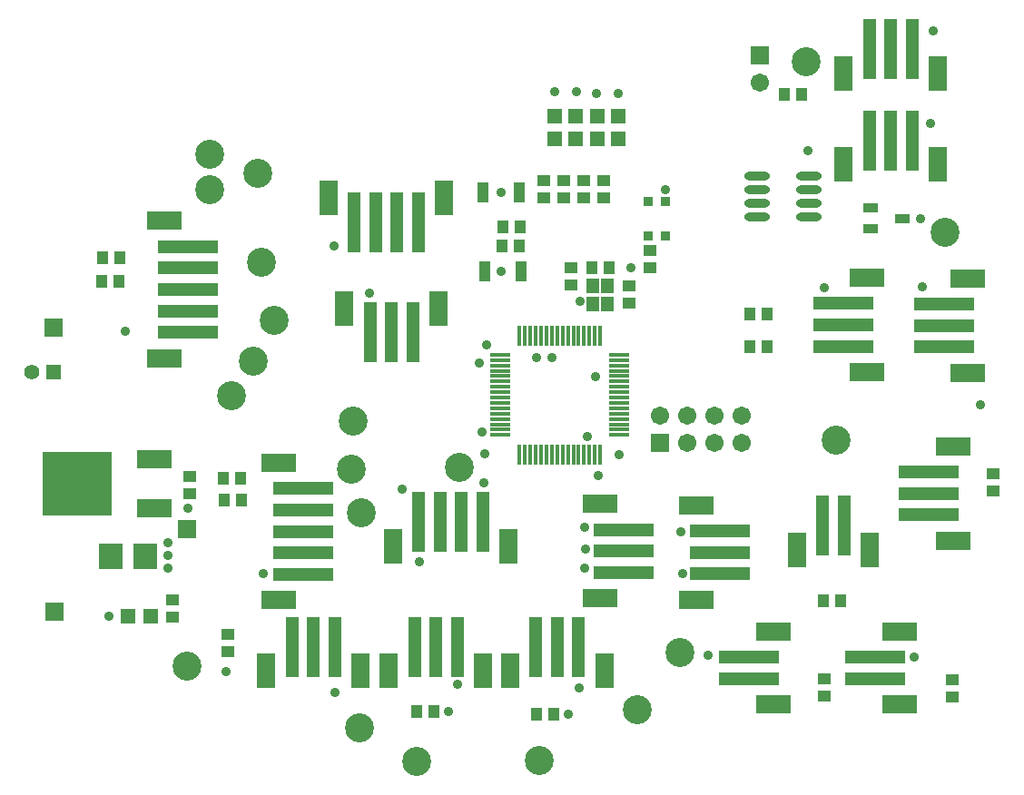
<source format=gts>
G04*
G04 #@! TF.GenerationSoftware,Altium Limited,Altium Designer,18.1.7 (191)*
G04*
G04 Layer_Color=8388736*
%FSLAX25Y25*%
%MOIN*%
G70*
G01*
G75*
%ADD37R,0.04343X0.04737*%
%ADD38R,0.22454X0.04737*%
%ADD39R,0.12611X0.07099*%
%ADD40R,0.08674X0.09461*%
%ADD41R,0.07099X0.12611*%
%ADD42R,0.04737X0.22454*%
%ADD43R,0.04737X0.04343*%
%ADD44R,0.03950X0.07493*%
%ADD45R,0.06800X0.06800*%
%ADD46O,0.09461X0.03162*%
%ADD47R,0.05524X0.05524*%
%ADD48R,0.05328X0.03359*%
%ADD49R,0.05524X0.05524*%
%ADD50R,0.12611X0.07099*%
%ADD51R,0.25210X0.23635*%
%ADD52R,0.04737X0.05524*%
%ADD53O,0.01575X0.07480*%
%ADD54O,0.07480X0.01575*%
%ADD55R,0.06800X0.06800*%
%ADD56R,0.03753X0.03556*%
%ADD57C,0.10642*%
%ADD58R,0.05374X0.05374*%
%ADD59C,0.05524*%
%ADD60R,0.06706X0.06706*%
%ADD61C,0.06706*%
%ADD62R,0.06706X0.06706*%
%ADD63C,0.03600*%
D37*
X293500Y184500D02*
D03*
X287201D02*
D03*
X293650Y196500D02*
D03*
X287350D02*
D03*
X171150Y50500D02*
D03*
X164850D02*
D03*
X215150Y49500D02*
D03*
X208850D02*
D03*
X196350Y221500D02*
D03*
X202650D02*
D03*
X100150Y136000D02*
D03*
X93850D02*
D03*
X100650Y128000D02*
D03*
X94350D02*
D03*
X49350Y208500D02*
D03*
X55650D02*
D03*
X49500Y217000D02*
D03*
X55799D02*
D03*
X299850Y277000D02*
D03*
X306150D02*
D03*
X314350Y91000D02*
D03*
X320650D02*
D03*
X196500Y228500D02*
D03*
X202799D02*
D03*
X229350Y213542D02*
D03*
X235650D02*
D03*
D38*
X358500Y200000D02*
D03*
Y192126D02*
D03*
Y184252D02*
D03*
X321500Y184500D02*
D03*
Y192374D02*
D03*
Y200248D02*
D03*
X123201Y100752D02*
D03*
Y108626D02*
D03*
Y116500D02*
D03*
Y124374D02*
D03*
Y132248D02*
D03*
X81000Y189626D02*
D03*
Y197500D02*
D03*
Y205374D02*
D03*
Y213248D02*
D03*
Y221122D02*
D03*
X276358Y100949D02*
D03*
Y108823D02*
D03*
Y116697D02*
D03*
X353000Y138374D02*
D03*
Y130500D02*
D03*
Y122626D02*
D03*
X287000Y70374D02*
D03*
Y62500D02*
D03*
X333299Y70374D02*
D03*
Y62500D02*
D03*
X240969Y117197D02*
D03*
Y109323D02*
D03*
Y101449D02*
D03*
D39*
X367358Y209449D02*
D03*
Y174803D02*
D03*
X330358Y175051D02*
D03*
Y209697D02*
D03*
X114343Y91303D02*
D03*
Y141697D02*
D03*
X72142Y180177D02*
D03*
Y230571D02*
D03*
X267500Y91500D02*
D03*
Y126146D02*
D03*
X361858Y147823D02*
D03*
Y113177D02*
D03*
X295858Y79823D02*
D03*
Y53051D02*
D03*
X342157Y79823D02*
D03*
Y53051D02*
D03*
X232111Y126646D02*
D03*
Y92000D02*
D03*
D40*
X65299Y107500D02*
D03*
X52701D02*
D03*
D41*
X154677Y65343D02*
D03*
X189323D02*
D03*
X173000Y198500D02*
D03*
X138354D02*
D03*
X132500Y239000D02*
D03*
X175020D02*
D03*
X233823Y65343D02*
D03*
X199177D02*
D03*
X321677Y251343D02*
D03*
X356323D02*
D03*
X144323Y65343D02*
D03*
X109677D02*
D03*
X331386Y109843D02*
D03*
X304614D02*
D03*
X198697Y111142D02*
D03*
X156177D02*
D03*
X321677Y284843D02*
D03*
X356323D02*
D03*
D42*
X164126Y74201D02*
D03*
X172000D02*
D03*
X179874D02*
D03*
X163551Y189642D02*
D03*
X155677D02*
D03*
X147803D02*
D03*
X141949Y230142D02*
D03*
X149823D02*
D03*
X157697D02*
D03*
X165571D02*
D03*
X224374Y74201D02*
D03*
X216500D02*
D03*
X208626D02*
D03*
X331126Y260201D02*
D03*
X339000D02*
D03*
X346874D02*
D03*
X134874Y74201D02*
D03*
X127000D02*
D03*
X119126D02*
D03*
X321937Y118701D02*
D03*
X314063D02*
D03*
X339000Y293701D02*
D03*
X331126D02*
D03*
X189248Y120000D02*
D03*
X181374D02*
D03*
X173500D02*
D03*
X165626D02*
D03*
X346874Y293701D02*
D03*
D43*
X95500Y78799D02*
D03*
Y72500D02*
D03*
X361500Y62150D02*
D03*
Y55850D02*
D03*
X314500Y56000D02*
D03*
Y62299D02*
D03*
X376500Y137799D02*
D03*
Y131500D02*
D03*
X221500Y207042D02*
D03*
Y213341D02*
D03*
X242972Y200388D02*
D03*
Y206687D02*
D03*
X250500Y213542D02*
D03*
Y219841D02*
D03*
X226214Y245353D02*
D03*
Y239054D02*
D03*
X218881Y245353D02*
D03*
Y239054D02*
D03*
X233547Y245353D02*
D03*
Y239054D02*
D03*
X211547Y245353D02*
D03*
Y239054D02*
D03*
X75406Y85089D02*
D03*
Y91389D02*
D03*
X81500Y130542D02*
D03*
Y136841D02*
D03*
D44*
X203193Y212000D02*
D03*
X189807D02*
D03*
X202693Y241000D02*
D03*
X189307D02*
D03*
D45*
X31500Y191500D02*
D03*
D46*
X308949Y232000D02*
D03*
Y237000D02*
D03*
Y242000D02*
D03*
Y247000D02*
D03*
X290051Y232000D02*
D03*
Y237000D02*
D03*
Y242000D02*
D03*
Y247000D02*
D03*
D47*
X58866Y85385D02*
D03*
X67134D02*
D03*
D48*
X331693Y227760D02*
D03*
Y235240D02*
D03*
X343307Y231500D02*
D03*
D49*
X223403Y260698D02*
D03*
Y268966D02*
D03*
X231102Y260698D02*
D03*
Y268966D02*
D03*
X238801Y260698D02*
D03*
Y268966D02*
D03*
X215705Y260698D02*
D03*
Y268966D02*
D03*
D50*
X68484Y125195D02*
D03*
Y143187D02*
D03*
D51*
X40217Y134191D02*
D03*
D52*
X234812Y206884D02*
D03*
Y200191D02*
D03*
X229694Y206884D02*
D03*
Y200191D02*
D03*
D53*
X232264Y188542D02*
D03*
X230295D02*
D03*
X228327D02*
D03*
X226358D02*
D03*
X224390D02*
D03*
X222421D02*
D03*
X220453D02*
D03*
X218484D02*
D03*
X216516D02*
D03*
X214547D02*
D03*
X212579D02*
D03*
X210610D02*
D03*
X208642D02*
D03*
X206673D02*
D03*
X204705D02*
D03*
X202736D02*
D03*
Y144841D02*
D03*
X204705D02*
D03*
X206673D02*
D03*
X208642D02*
D03*
X210610D02*
D03*
X212579D02*
D03*
X214547D02*
D03*
X216516D02*
D03*
X218484D02*
D03*
X220453D02*
D03*
X222421D02*
D03*
X224390D02*
D03*
X226358D02*
D03*
X228327D02*
D03*
X230295D02*
D03*
X232264D02*
D03*
D54*
X195650Y181455D02*
D03*
Y179487D02*
D03*
Y177518D02*
D03*
Y175549D02*
D03*
Y173581D02*
D03*
Y171613D02*
D03*
Y169644D02*
D03*
Y167675D02*
D03*
Y165707D02*
D03*
Y163739D02*
D03*
Y161770D02*
D03*
Y159801D02*
D03*
Y157833D02*
D03*
Y155865D02*
D03*
Y153896D02*
D03*
Y151927D02*
D03*
X239350D02*
D03*
Y153896D02*
D03*
Y155865D02*
D03*
Y157833D02*
D03*
Y159801D02*
D03*
Y161770D02*
D03*
Y163739D02*
D03*
Y165707D02*
D03*
Y167675D02*
D03*
Y169644D02*
D03*
Y171613D02*
D03*
Y173581D02*
D03*
Y175549D02*
D03*
Y177518D02*
D03*
Y179487D02*
D03*
Y181455D02*
D03*
D55*
X80500Y117500D02*
D03*
X32000Y87000D02*
D03*
D56*
X256283Y237774D02*
D03*
Y224979D02*
D03*
X249787D02*
D03*
Y237774D02*
D03*
D57*
X144000Y44500D02*
D03*
X80500Y67000D02*
D03*
X165000Y32000D02*
D03*
X106500Y248000D02*
D03*
X89000Y255000D02*
D03*
X141000Y139500D02*
D03*
X180500Y140000D02*
D03*
X144500Y123500D02*
D03*
X112500Y194000D02*
D03*
X97000Y166500D02*
D03*
X89000Y242000D02*
D03*
X246000Y51000D02*
D03*
X261500Y72000D02*
D03*
X210000Y32500D02*
D03*
X359000Y226500D02*
D03*
X308000Y289000D02*
D03*
X319000Y150000D02*
D03*
X141500Y157000D02*
D03*
X105000Y179000D02*
D03*
X108000Y215500D02*
D03*
D58*
X31500Y175000D02*
D03*
D59*
X23626D02*
D03*
D60*
X254394Y149119D02*
D03*
D61*
X264394D02*
D03*
X274394D02*
D03*
X284394D02*
D03*
X254394Y159119D02*
D03*
X264394D02*
D03*
X274394D02*
D03*
X284394D02*
D03*
X291000Y281500D02*
D03*
D62*
Y291500D02*
D03*
D63*
X350500Y206500D02*
D03*
X314500Y206000D02*
D03*
X372000Y163000D02*
D03*
X308500Y256500D02*
D03*
X73500Y103000D02*
D03*
Y112500D02*
D03*
Y107750D02*
D03*
X272000Y71000D02*
D03*
X189000Y153000D02*
D03*
X159500Y132000D02*
D03*
X227000Y110000D02*
D03*
X166000Y105500D02*
D03*
X108500Y101000D02*
D03*
X95000Y65000D02*
D03*
X135000Y57500D02*
D03*
X224500Y59000D02*
D03*
X220500Y49500D02*
D03*
X189500Y134500D02*
D03*
X180000Y60500D02*
D03*
X176500Y50500D02*
D03*
X231500Y137000D02*
D03*
X188000Y178500D02*
D03*
X196000Y241000D02*
D03*
Y212000D02*
D03*
X134500Y221500D02*
D03*
X147500Y204000D02*
D03*
X58000Y190000D02*
D03*
X190000Y145000D02*
D03*
X225000Y201000D02*
D03*
X354500Y300500D02*
D03*
X353500Y266500D02*
D03*
X350000Y231500D02*
D03*
X262000Y116500D02*
D03*
X230500Y173500D02*
D03*
X262500Y101000D02*
D03*
X347500Y70500D02*
D03*
X239000Y277500D02*
D03*
X223500Y278000D02*
D03*
X231000Y277500D02*
D03*
X215500Y278000D02*
D03*
X190500Y185000D02*
D03*
X214500Y180500D02*
D03*
X209000D02*
D03*
X226500Y118000D02*
D03*
Y103000D02*
D03*
X227500Y151500D02*
D03*
X239315Y144841D02*
D03*
X52057Y85385D02*
D03*
X81000Y124991D02*
D03*
X256236Y242191D02*
D03*
X243470Y213542D02*
D03*
M02*

</source>
